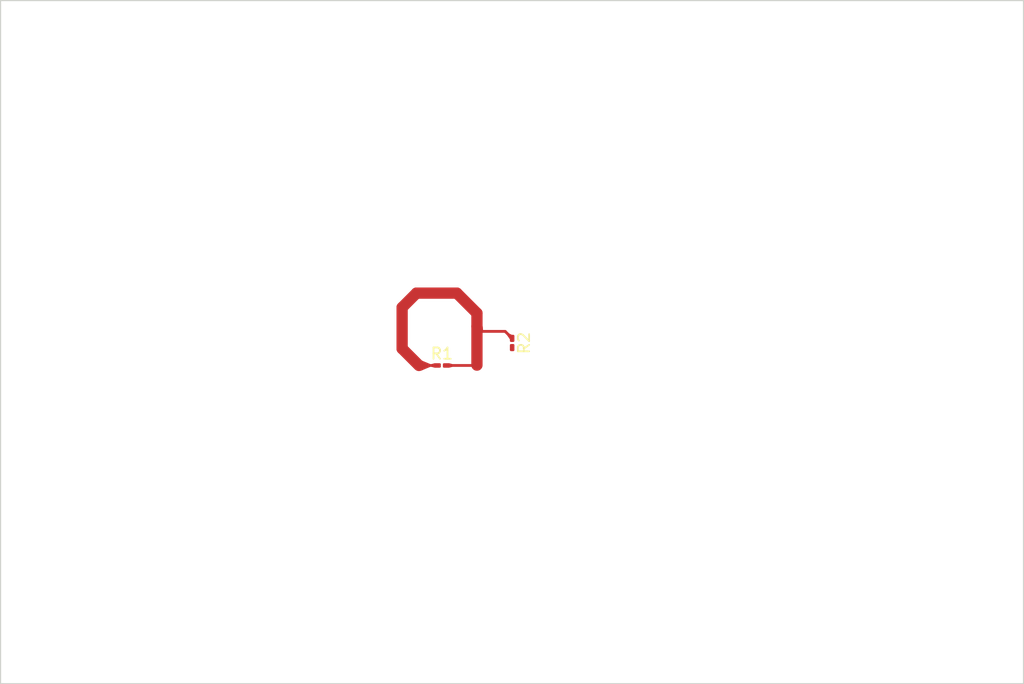
<source format=kicad_pcb>
(kicad_pcb (version 20221018) (generator pcbnew)
  (layers (0 "F.Cu" mixed) (31 "B.Cu" mixed) (34 "B.Paste" user) (35 "F.Paste" user) (36 "B.SilkS" user "B.Silkscreen") (37 "F.SilkS" user "F.Silkscreen") (38 "B.Mask" user) (39 "F.Mask" user) (44 "Edge.Cuts" user))
  (net 0 "")
  (net 1 "Net-(R1-Pad1)")
  (footprint "Resistor_SMD:R_0201_0603Metric_Pad0.64x0.40mm_HandSolder" (layer "F.Cu") (at 126.17 84.03)
    (fp_text reference "R1" (at 0 -1.05) (layer "F.SilkS"))
    (fp_text value "R_Small")
    (pad "1" smd roundrect (at -0.4075 0) (size 0.635 0.4) (layers "F.Cu" "F.Mask") (net 1 "Net-(R1-Pad1)"))
    (pad "2" smd roundrect (at 0.4075 0) (size 0.635 0.4) (layers "F.Cu" "F.Mask") (net 1 "Net-(R1-Pad1)"))
  )
  (footprint "Resistor_SMD:R_0201_0603Metric_Pad0.64x0.40mm_HandSolder" (layer "F.Cu") (at 132.4 82.0375 -90)
    (fp_text reference "R2" (at 0 -1.05 90) (layer "F.SilkS"))
    (fp_text value "R_Small")
    (pad "1" smd roundrect (at -0.4075 0 270) (size 0.635 0.4) (layers "F.Cu" "F.Mask") (net 1 "Net-(R1-Pad1)"))
    (pad "2" smd roundrect (at 0.4075 0 270) (size 0.635 0.4) (layers "F.Cu" "F.Mask") (net 1 "Net-(R1-Pad1)"))
  )
  (gr_rect (start 87.06 51.69) (end 177.72 112.23) (stroke (width 0.1)) (fill none) (layer "Edge.Cuts"))
  (segment (start 122.65 78.89) (end 122.65 82.54) (width 1) (layer "F.Cu") (net 1))
  (segment (start 123.92 77.62) (end 122.65 78.89) (width 1) (layer "F.Cu") (net 1))
  (segment (start 129.73 81.01) (end 129.28 80.56) (width 0.25) (layer "F.Cu") (net 1))
  (segment (start 126.5775 84.03) (end 129.25 84.03) (width 0.25) (layer "F.Cu") (net 1))
  (segment (start 129.28 84) (end 129.28 80.56) (width 1) (layer "F.Cu") (net 1))
  (segment (start 131.78 81.01) (end 129.73 81.01) (width 0.25) (layer "F.Cu") (net 1))
  (segment (start 132.4 81.63) (end 131.78 81.01) (width 0.25) (layer "F.Cu") (net 1))
  (segment (start 127.5 77.62) (end 123.92 77.62) (width 1) (layer "F.Cu") (net 1))
  (segment (start 129.25 84.03) (end 129.28 84) (width 0.25) (layer "F.Cu") (net 1))
  (segment (start 122.65 82.54) (end 124.14 84.03) (width 1) (layer "F.Cu") (net 1))
  (segment (start 129.28 79.4) (end 127.5 77.62) (width 1) (layer "F.Cu") (net 1))
  (segment (start 124.14 84.03) (end 125.7625 84.03) (width 0.25) (layer "F.Cu") (net 1))
  (segment (start 129.28 80.56) (end 129.28 79.4) (width 1) (layer "F.Cu") (net 1))
)
</source>
